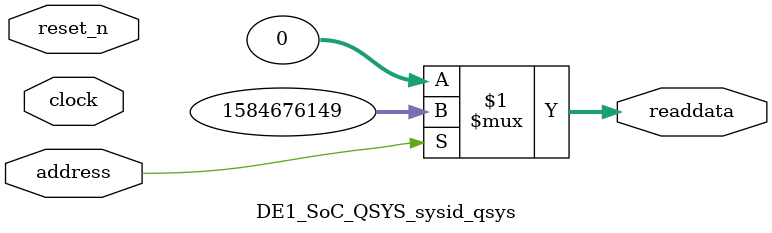
<source format=v>

`timescale 1ns / 1ps
// synthesis translate_on

// turn off superfluous verilog processor warnings 
// altera message_level Level1 
// altera message_off 10034 10035 10036 10037 10230 10240 10030 

module DE1_SoC_QSYS_sysid_qsys (
               // inputs:
                address,
                clock,
                reset_n,

               // outputs:
                readdata
             )
;

  output  [ 31: 0] readdata;
  input            address;
  input            clock;
  input            reset_n;

  wire    [ 31: 0] readdata;
  //control_slave, which is an e_avalon_slave
  assign readdata = address ? 1584676149 : 0;

endmodule




</source>
